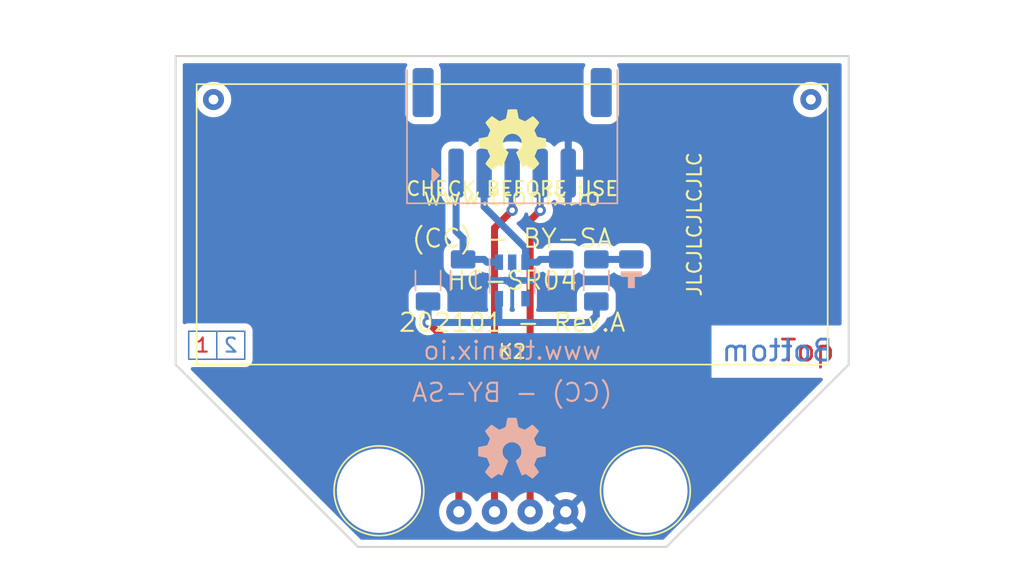
<source format=kicad_pcb>
(kicad_pcb (version 20210126) (generator pcbnew)
  (title_block (title "TBOT - Charger - 2x18650") (date "01/2021") (rev "A"))
  (layers (0 "F.Cu" signal) (31 "B.Cu" signal) (34 "B.Paste" user) (35 "F.Paste" user) (36 "B.SilkS" user "B.Silkscreen") (37 "F.SilkS" user "F.Silkscreen") (38 "B.Mask" user) (39 "F.Mask" user) (44 "Edge.Cuts" user))
  (net 0 "")
  (net 1 "GND")
  (net 2 "VCC")
  (net 3 "+5V")
  (net 4 "TRIGGER")
  (net 5 "ECHO")
  (net 6 "ENABLE")
  (net 7 "Net-(LED1-Pad2)")
  (footprint "tronixALL:M3-MASK" (layer "F.Cu") (at 149.5 146)
    (fp_text reference "H2" hide)
    (fp_text value "MOUNTING-HOLE-MASK-3MM" hide)
    (fp_circle (center 0 0) (end 3.2 0) (layer "F.SilkS") (width 0.12) (fill none))
    (pad "" np_thru_hole circle (at 0 0) (size 3 3) (drill 3) (layers F&B.Cu *.Mask) (clearance 1.5))
  )
  (footprint "tronixALL:SSW-104-02-T-S-RA" (layer "F.Cu") (at 136.2 147.5)
    (fp_text reference "K2" (at 3.81 -11.43) (layer "F.SilkS"))
    (fp_text value "HC-SR04")
    (pad "1" thru_hole circle (at 0 0) (size 1.8 1.8) (drill 0.8) (layers *.Cu *.Mask) (net 3 "+5V"))
    (pad "2" thru_hole circle (at 2.54 0) (size 1.8 1.8) (drill 0.8) (layers *.Cu *.Mask) (net 4 "TRIGGER"))
    (pad "3" thru_hole circle (at 5.08 0) (size 1.8 1.8) (drill 0.8) (layers *.Cu *.Mask) (net 5 "ECHO"))
    (pad "4" thru_hole circle (at 7.62 0) (size 1.8 1.8) (drill 0.8) (layers *.Cu *.Mask) (net 1 "GND"))
  )
  (footprint "tronixALL:OSHW-5MM" (layer "F.Cu") (at 140 121)
    (fp_text reference "G***" hide)
    (fp_text value "LOGO" hide)
    (fp_poly (pts (xy 0.112503 -2.205305) (xy 0.188585 -2.204991) (xy 0.245175 -2.204139) (xy 0.285349 -2.202485) (xy 0.312183 -2.19976) (xy 0.328754 -2.195697) (xy 0.338137 -2.190029) (xy 0.343407 -2.182489) (xy 0.346067 -2.176502) (xy 0.351819 -2.155872) (xy 0.361219 -2.114019) (xy 0.373445 -2.054971) (xy 0.387673 -1.982754) (xy 0.403082 -1.901397) (xy 0.410766 -1.859685) (xy 0.426304 -1.776128) (xy 0.440921 -1.700487) (xy 0.453831 -1.636607) (xy 0.464245 -1.58833) (xy 0.471376 -1.559501) (xy 0.473495 -1.553524) (xy 0.487624 -1.543829) (xy 0.520987 -1.52669) (xy 0.568967 -1.504087) (xy 0.626948 -1.477998) (xy 0.690314 -1.450405) (xy 0.754449 -1.423285) (xy 0.814737 -1.398618) (xy 0.866561 -1.378383) (xy 0.905305 -1.36456) (xy 0.926354 -1.359128) (xy 0.92691 -1.359112) (xy 0.941518 -1.366107) (xy 0.97411 -1.385773) (xy 1.021624 -1.416127) (xy 1.080997 -1.455189) (xy 1.149167 -1.500978) (xy 1.204337 -1.538617) (xy 1.276991 -1.58813) (xy 1.343025 -1.632413) (xy 1.399403 -1.669487) (xy 1.443088 -1.697374) (xy 1.471043 -1.714097) (xy 1.47988 -1.718122) (xy 1.493641 -1.709282) (xy 1.521915 -1.684807) (xy 1.561669 -1.647768) (xy 1.609873 -1.601234) (xy 1.663495 -1.548276) (xy 1.719505 -1.491962) (xy 1.774871 -1.435363) (xy 1.826562 -1.381549) (xy 1.871548 -1.33359) (xy 1.906797 -1.294555) (xy 1.929278 -1.267514) (xy 1.936093 -1.256075) (xy 1.930212 -1.239792) (xy 1.912193 -1.207543) (xy 1.881475 -1.158462) (xy 1.837495 -1.091686) (xy 1.779689 -1.00635) (xy 1.707495 -0.901591) (xy 1.671879 -0.850344) (xy 1.638824 -0.80126) (xy 1.612148 -0.758563) (xy 1.594893 -0.727324) (xy 1.589904 -0.713655) (xy 1.594754 -0.697334) (xy 1.608013 -0.662128) (xy 1.62775 -0.612617) (xy 1.652031 -0.55338) (xy 1.678922 -0.488996) (xy 1.706491 -0.424047) (xy 1.732803 -0.363111) (xy 1.755927 -0.310768) (xy 1.773928 -0.271598) (xy 1.784874 -0.25018) (xy 1.786526 -0.247868) (xy 1.800495 -0.243726) (xy 1.836105 -0.235699) (xy 1.889773 -0.224522) (xy 1.957915 -0.210929) (xy 2.036948 -0.195656) (xy 2.090365 -0.185568) (xy 2.175183 -0.169544) (xy 2.252099 -0.15474) (xy 2.317349 -0.141901) (xy 2.367173 -0.131773) (xy 2.397809 -0.125104) (xy 2.405431 -0.123066) (xy 2.411063 -0.116814) (xy 2.415426 -0.101095) (xy 2.418668 -0.073197) (xy 2.420933 -0.030409) (xy 2.422366 0.02998) (xy 2.423114 0.110684) (xy 2.423321 0.210293) (xy 2.423202 0.310587) (xy 2.422711 0.388201) (xy 2.421649 0.446096) (xy 2.419816 0.487237) (xy 2.417013 0.514584) (xy 2.41304 0.531101) (xy 2.407697 0.53975) (xy 2.400883 0.543466) (xy 2.378661 0.548625) (xy 2.338314 0.556746) (xy 2.286985 0.566415) (xy 2.263049 0.570744) (xy 2.127407 0.595376) (xy 2.016332 0.616479) (xy 1.929018 0.634225) (xy 1.864656 0.64879) (xy 1.82244 0.660347) (xy 1.801562 0.66907) (xy 1.79987 0.670496) (xy 1.791465 0.686078) (xy 1.775685 0.720992) (xy 1.754362 0.770707) (xy 1.729327 0.830694) (xy 1.702414 0.896422) (xy 1.675454 0.96336) (xy 1.650281 1.026979) (xy 1.628726 1.082748) (xy 1.612622 1.126137) (xy 1.603801 1.152615) (xy 1.602692 1.157988) (xy 1.610028 1.172767) (xy 1.63143 1.207108) (xy 1.666036 1.259722) (xy 1.712983 1.329322) (xy 1.771408 1.414621) (xy 1.840447 1.51433) (xy 1.867654 1.553391) (xy 1.897811 1.599113) (xy 1.921185 1.639288) (xy 1.934376 1.667841) (xy 1.936093 1.675677) (xy 1.927103 1.692014) (xy 1.901418 1.723855) (xy 1.860965 1.769075) (xy 1.807672 1.82555) (xy 1.743466 1.891154) (xy 1.71296 1.921664) (xy 1.643302 1.990709) (xy 1.589314 2.043494) (xy 1.548612 2.081971) (xy 1.518813 2.108091) (xy 1.497532 2.123805) (xy 1.482386 2.131066) (xy 1.470991 2.131825) (xy 1.460964 2.128033) (xy 1.460917 2.128008) (xy 1.441892 2.116253) (xy 1.405419 2.09234) (xy 1.355138 2.058707) (xy 1.294686 2.017792) (xy 1.227702 1.972033) (xy 1.210483 1.960205) (xy 1.143557 1.914694) (xy 1.083189 1.874607) (xy 1.032748 1.842104) (xy 0.995605 1.819344) (xy 0.975129 1.808488) (xy 0.972784 1.807875) (xy 0.955044 1.813477) (xy 0.920428 1.82855) (xy 0.874685 1.850498) (xy 0.843591 1.866246) (xy 0.794692 1.890329) (xy 0.754091 1.908142) (xy 0.727189 1.917434) (xy 0.719661 1.917874) (xy 0.71184 1.904564) (xy 0.695873 1.87093) (xy 0.673276 1.820398) (xy 0.645566 1.756397) (xy 0.614262 1.682354) (xy 0.595951 1.638326) (xy 0.555205 1.539832) (xy 0.509885 1.430374) (xy 0.463588 1.318629) (xy 0.419909 1.213275) (xy 0.382617 1.123407) (xy 0.352192 1.049365) (xy 0.325466 0.982847) (xy 0.303922 0.927668) (xy 0.289044 0.887646) (xy 0.282318 0.866596) (xy 0.28208 0.86489) (xy 0.291868 0.850064) (xy 0.317767 0.825757) (xy 0.354572 0.796754) (xy 0.362216 0.791216) (xy 0.47362 0.699405) (xy 0.560778 0.600114) (xy 0.624272 0.492284) (xy 0.664684 0.374854) (xy 0.682594 0.246763) (xy 0.683668 0.205149) (xy 0.672966 0.079705) (xy 0.639876 -0.035509) (xy 0.583362 -0.143051) (xy 0.502387 -0.245478) (xy 0.500128 -0.247901) (xy 0.404266 -0.332655) (xy 0.297367 -0.395917) (xy 0.182586 -0.437559) (xy 0.063074 -0.45745) (xy -0.058015 -0.455461) (xy -0.177529 -0.431461) (xy -0.292317 -0.38532) (xy -0.399224 -0.316909) (xy -0.435557 -0.286461) (xy -0.524789 -0.19034) (xy -0.590858 -0.083248) (xy -0.63358 0.034398) (xy -0.65277 0.162186) (xy -0.653912 0.203806) (xy -0.64477 0.331905) (xy -0.616397 0.446756) (xy -0.567372 0.551025) (xy -0.496276 0.647379) (xy -0.401689 0.738486) (xy -0.345898 0.782346) (xy -0.305473 0.814275) (xy -0.274554 0.84243) (xy -0.257973 0.862253) (xy -0.256436 0.866724) (xy -0.261189 0.882472) (xy -0.274692 0.919019) (xy -0.295811 0.973504) (xy -0.323413 1.043065) (xy -0.356365 1.124837) (xy -0.393532 1.21596) (xy -0.424781 1.291835) (xy -0.466473 1.392714) (xy -0.506757 1.490316) (xy -0.54414 1.581016) (xy -0.57713 1.661187) (xy -0.604234 1.727202) (xy -0.623959 1.775436) (xy -0.631922 1.795053) (xy -0.656173 1.85428) (xy -0.675445 1.89208) (xy -0.695005 1.910535) (xy -0.720119 1.911726) (xy -0.756055 1.897735) (xy -0.80808 1.870643) (xy -0.814523 1.867212) (xy -0.863833 1.841835) (xy -0.905672 1.821875) (xy -0.934272 1.810004) (xy -0.942679 1.807875) (xy -0.957624 1.814831) (xy -0.990452 1.834339) (xy -1.037961 1.864353) (xy -1.096948 1.902829) (xy -1.164211 1.947723) (xy -1.20379 1.974558) (xy -1.273782 2.022017) (xy -1.336742 2.064219) (xy -1.389581 2.099132) (xy -1.429212 2.124728) (xy -1.452547 2.138976) (xy -1.457362 2.141242) (xy -1.468597 2.132572) (xy -1.495354 2.108206) (xy -1.53505 2.070611) (xy -1.585104 2.022252) (xy -1.642932 1.965596) (xy -1.688443 1.920545) (xy -1.754363 1.854061) (xy -1.811428 1.794627) (xy -1.857492 1.744605) (xy -1.890411 1.706358) (xy -1.908038 1.682247) (xy -1.910449 1.676115) (xy -1.903342 1.656709) (xy -1.88402 1.621725) (xy -1.855484 1.576225) (xy -1.822794 1.528185) (xy -1.761853 1.44109) (xy -1.706889 1.361082) (xy -1.659529 1.29063) (xy -1.621397 1.232204) (xy -1.594118 1.188276) (xy -1.579316 1.161316) (xy -1.577082 1.154608) (xy -1.581837 1.136716) (xy -1.594857 1.099854) (xy -1.614275 1.048609) (xy -1.638222 0.987568) (xy -1.664831 0.921316) (xy -1.692235 0.854442) (xy -1.718566 0.791531) (xy -1.741957 0.737171) (xy -1.76054 0.695948) (xy -1.772447 0.672449) (xy -1.774702 0.66925) (xy -1.791569 0.66222) (xy -1.829891 0.651729) (xy -1.885847 0.638647) (xy -1.955617 0.623842) (xy -2.035381 0.608183) (xy -2.07828 0.60022) (xy -2.161621 0.584627) (xy -2.236906 0.569745) (xy -2.300315 0.556391) (xy -2.348033 0.545387) (xy -2.37624 0.537551) (xy -2.381867 0.535051) (xy -2.387099 0.524908) (xy -2.390991 0.502231) (xy -2.393638 0.46456) (xy -2.395134 0.409435) (xy -2.395573 0.334397) (xy -2.39505 0.236985) (xy -2.394689 0.200194) (xy -2.391267 -0.121807) (xy -2.282282 -0.143659) (xy -2.229898 -0.153965) (xy -2.160108 -0.167419) (xy -2.080727 -0.182526) (xy -1.999569 -0.197795) (xy -1.970053 -0.203298) (xy -1.900658 -0.216734) (xy -1.840162 -0.229455) (xy -1.793065 -0.240437) (xy -1.763866 -0.248652) (xy -1.756665 -0.251967) (xy -1.746988 -0.268752) (xy -1.729936 -0.304533) (xy -1.707477 -0.354612) (xy -1.681582 -0.414291) (xy -1.654218 -0.478872) (xy -1.627353 -0.543658) (xy -1.602957 -0.60395) (xy -1.582998 -0.65505) (xy -1.569445 -0.692261) (xy -1.564266 -0.710885) (xy -1.564261 -0.711124) (xy -1.571273 -0.727773) (xy -1.590937 -0.762151) (xy -1.621195 -0.810982) (xy -1.659988 -0.870991) (xy -1.705259 -0.938901) (xy -1.732615 -0.979077) (xy -1.780965 -1.050145) (xy -1.82446 -1.115201) (xy -1.860949 -1.170937) (xy -1.888284 -1.214046) (xy -1.904314 -1.24122) (xy -1.907531 -1.248169) (xy -1.904717 -1.261112) (xy -1.890381 -1.283286) (xy -1.863069 -1.316351) (xy -1.821325 -1.361969) (xy -1.763692 -1.421801) (xy -1.691232 -1.494988) (xy -1.628982 -1.55669) (xy -1.572135 -1.611849) (xy -1.523344 -1.657988) (xy -1.485263 -1.692627) (xy -1.460542 -1.713289) (xy -1.452414 -1.718122) (xy -1.437782 -1.711105) (xy -1.405251 -1.6914) (xy -1.357928 -1.661025) (xy -1.298923 -1.621998) (xy -1.231343 -1.576338) (xy -1.183018 -1.543181) (xy -1.111112 -1.493886) (xy -1.04544 -1.44951) (xy -0.989183 -1.41215) (xy -0.945519 -1.383901) (xy -0.917627 -1.36686) (xy -0.90944 -1.362781) (xy -0.891885 -1.365776) (xy -0.855505 -1.377082) (xy -0.805012 -1.394838) (xy -0.745121 -1.417183) (xy -0.680546 -1.442257) (xy -0.616001 -1.468199) (xy -0.5562 -1.493147) (xy -0.505857 -1.515243) (xy -0.469686 -1.532623) (xy -0.45278 -1.543038) (xy -0.446293 -1.559308) (xy -0.436108 -1.597206) (xy -0.423041 -1.653118) (xy -0.407909 -1.723429) (xy -0.391528 -1.804525) (xy -0.378917 -1.870225) (xy -0.362481 -1.956759) (xy -0.347254 -2.035011) (xy -0.333961 -2.101421) (xy -0.323321 -2.152432) (xy -0.316058 -2.184486) (xy -0.31324 -2.193976) (xy -0.299005 -2.197095) (xy -0.262664 -2.199887) (xy -0.207755 -2.20223) (xy -0.137813 -2.204) (xy -0.056376 -2.205075) (xy 0.013853 -2.205351)) (layer "F.SilkS") (width 0) (fill solid))
  )
  (footprint "tronixALL:M3-MASK" (layer "F.Cu") (at 130.5 146)
    (fp_text reference "H1" hide)
    (fp_text value "MOUNTING-HOLE-MASK-3MM" hide)
    (fp_circle (center 0 0) (end 3.2 0) (layer "F.SilkS") (width 0.12) (fill none))
    (pad "" np_thru_hole circle (at 0 0) (size 3 3) (drill 3) (layers F&B.Cu *.Mask) (clearance 1.5))
  )
  (footprint "tronixALL:HC-SR04" (layer "F.Cu") (at 140 127)
    (fp_text reference "HC1" hide)
    (fp_text value "HC-SR04")
    (fp_text user "CHECK BEFORE USE" (at 0 -2.54 unlocked) (layer "F.SilkS"))
    (fp_rect (start -22.5 10) (end 22.5 -10) (layer "F.SilkS") (width 0.12) (fill none))
    (pad "MP" thru_hole circle (at 21.3 -8.9) (size 1.5 1.5) (drill 0.7) (layers *.Cu *.Mask))
    (pad "MP" thru_hole circle (at -21.3 -8.9) (size 1.5 1.5) (drill 0.7) (layers *.Cu *.Mask))
  )
  (footprint "tronixALL:CAPACITOR_1206" (layer "B.Cu") (at 136.5 131 -90)
    (fp_text reference "C1" hide)
    (fp_text value "C")
    (fp_line (start -0.7 0.9) (end 0.7 0.9) (layer "B.SilkS") (width 0.12))
    (fp_line (start -0.7 -0.9) (end 0.7 -0.9) (layer "B.SilkS") (width 0.12))
    (pad "1" smd roundrect (at -1.5 0 270) (size 1.3 1.75) (layers "B.Cu" "B.Paste" "B.Mask") (roundrect_rratio 0.154) (net 2 "VCC"))
    (pad "2" smd roundrect (at 1.5 0 270) (size 1.3 1.75) (layers "B.Cu" "B.Paste" "B.Mask") (roundrect_rratio 0.154) (net 1 "GND"))
  )
  (footprint "tronixALL:RESISTOR_1206" (layer "B.Cu") (at 146 131 90)
    (fp_text reference "R2" hide)
    (fp_text value "5K6")
    (fp_line (start -0.7 0.9) (end 0.7 0.9) (layer "B.SilkS") (width 0.12))
    (fp_line (start -0.7 -0.9) (end 0.7 -0.9) (layer "B.SilkS") (width 0.12))
    (pad "1" smd roundrect (at -1.5 0 90) (size 1.3 1.75) (layers "B.Cu" "B.Paste" "B.Mask") (roundrect_rratio 0.154) (net 3 "+5V"))
    (pad "2" smd roundrect (at 1.5 0 90) (size 1.3 1.75) (layers "B.Cu" "B.Paste" "B.Mask") (roundrect_rratio 0.154) (net 7 "Net-(LED1-Pad2)"))
  )
  (footprint "tronixALL:RESISTOR_1206" (layer "B.Cu") (at 143.5 131 -90)
    (fp_text reference "R1" hide)
    (fp_text value "100K")
    (fp_line (start -0.7 0.9) (end 0.7 0.9) (layer "B.SilkS") (width 0.12))
    (fp_line (start -0.7 -0.9) (end 0.7 -0.9) (layer "B.SilkS") (width 0.12))
    (pad "1" smd roundrect (at -1.5 0 270) (size 1.3 1.75) (layers "B.Cu" "B.Paste" "B.Mask") (roundrect_rratio 0.154) (net 6 "ENABLE"))
    (pad "2" smd roundrect (at 1.5 0 270) (size 1.3 1.75) (layers "B.Cu" "B.Paste" "B.Mask") (roundrect_rratio 0.154) (net 1 "GND"))
  )
  (footprint "tronixALL:SOT-23-5" (layer "B.Cu") (at 140 131 -90)
    (fp_text reference "IC1" hide)
    (fp_text value "MCP1755-SOT23")
    (fp_line (start -0.9 -1.61) (end 0.9 -1.61) (layer "B.SilkS") (width 0.12))
    (fp_line (start 0.9 1.61) (end -1.55 1.61) (layer "B.SilkS") (width 0.12))
    (pad "1" smd rect (at -1.3 0.95 270) (size 1.1 0.6) (layers "B.Cu" "B.Paste" "B.Mask") (net 2 "VCC"))
    (pad "2" smd rect (at -1.3 0 270) (size 1.1 0.6) (layers "B.Cu" "B.Paste" "B.Mask") (net 1 "GND"))
    (pad "3" smd rect (at -1.3 -0.95 270) (size 1.1 0.6) (layers "B.Cu" "B.Paste" "B.Mask") (net 6 "ENABLE"))
    (pad "4" smd rect (at 1.3 -0.95 270) (size 1.1 0.6) (layers "B.Cu" "B.Paste" "B.Mask"))
    (pad "5" smd rect (at 1.3 0.95 270) (size 1.1 0.6) (layers "B.Cu" "B.Paste" "B.Mask") (net 3 "+5V"))
  )
  (footprint "tronixALL:CAPACITOR_1206" (layer "B.Cu") (at 134 131 90)
    (fp_text reference "C2" hide)
    (fp_text value "C")
    (fp_line (start -0.7 0.9) (end 0.7 0.9) (layer "B.SilkS") (width 0.12))
    (fp_line (start -0.7 -0.9) (end 0.7 -0.9) (layer "B.SilkS") (width 0.12))
    (pad "1" smd roundrect (at -1.5 0 90) (size 1.3 1.75) (layers "B.Cu" "B.Paste" "B.Mask") (roundrect_rratio 0.154) (net 3 "+5V"))
    (pad "2" smd roundrect (at 1.5 0 90) (size 1.3 1.75) (layers "B.Cu" "B.Paste" "B.Mask") (roundrect_rratio 0.154) (net 1 "GND"))
  )
  (footprint "tronixALL:JST-S5B-PH-SM4-TB" (layer "B.Cu") (at 140 120.5)
    (fp_text reference "K1" hide)
    (fp_text value "JST-PH-S5B-SM4-TB")
    (fp_line (start -7.5 5) (end 7.5 5) (layer "B.SilkS") (width 0.12))
    (fp_line (start -7.5 -4.5) (end -7.5 5) (layer "B.SilkS") (width 0.12))
    (fp_line (start 7.5 5) (end 7.5 -4.5) (layer "B.SilkS") (width 0.12))
    (fp_poly (pts (xy -5.21 3.01) (xy -5.71 2.51) (xy -5.71 3.51)) (layer "B.SilkS") (width 0.1) (fill solid))
    (pad "1" smd roundrect (at -4 2.85) (size 1.1 3.5) (layers "B.Cu" "B.Paste" "B.Mask") (net 2 "VCC"))
    (pad "2" smd roundrect (at -2 2.85) (size 1.1 3.5) (layers "B.Cu" "B.Paste" "B.Mask") (net 6 "ENABLE"))
    (pad "3" smd roundrect (at 0 2.85) (size 1.1 3.5) (layers "B.Cu" "B.Paste" "B.Mask") (net 4 "TRIGGER"))
    (pad "4" smd roundrect (at 2 2.85) (size 1.1 3.5) (layers "B.Cu" "B.Paste" "B.Mask") (net 5 "ECHO"))
    (pad "5" smd roundrect (at 4 2.85) (size 1.1 3.5) (layers "B.Cu" "B.Paste" "B.Mask") (net 1 "GND"))
    (pad "MP" smd roundrect (at 6.35 -2.9) (size 1.5 3.5) (layers "B.Cu" "B.Paste" "B.Mask") (roundrect_rratio 0.167))
    (pad "MP" smd roundrect (at -6.35 -2.9) (size 1.5 3.5) (layers "B.Cu" "B.Paste" "B.Mask") (roundrect_rratio 0.167))
  )
  (footprint "tronixALL:LED_1206" (layer "B.Cu") (at 148.5 131 90)
    (fp_text reference "LED1" hide)
    (fp_text value "POWER")
    (fp_poly (pts (xy 0.6 -0.7) (xy 0.3 -0.7) (xy 0.3 -0.2) (xy -0.5 -0.2) (xy -0.5 0.2) (xy 0.3 0.2) (xy 0.3 0.7) (xy 0.6 0.7)) (layer "B.SilkS") (width 0.1) (fill solid))
    (pad "1" smd roundrect (at -1.5 0 90) (size 1.3 1.75) (layers "B.Cu" "B.Paste" "B.Mask") (roundrect_rratio 0.154) (net 1 "GND"))
    (pad "2" smd roundrect (at 1.5 0 90) (size 1.3 1.75) (layers "B.Cu" "B.Paste" "B.Mask") (roundrect_rratio 0.154) (net 7 "Net-(LED1-Pad2)"))
  )
  (footprint "tronixALL:OSHW-5MM" (layer "B.Cu") (at 140 143 180)
    (fp_text reference "G***" hide)
    (fp_text value "LOGO" hide)
    (fp_poly (pts (xy 0.112503 2.205305) (xy 0.188585 2.204991) (xy 0.245175 2.204139) (xy 0.285349 2.202485) (xy 0.312183 2.19976) (xy 0.328754 2.195697) (xy 0.338137 2.190029) (xy 0.343407 2.182489) (xy 0.346067 2.176502) (xy 0.351819 2.155872) (xy 0.361219 2.114019) (xy 0.373445 2.054971) (xy 0.387673 1.982754) (xy 0.403082 1.901397) (xy 0.410766 1.859685) (xy 0.426304 1.776128) (xy 0.440921 1.700487) (xy 0.453831 1.636607) (xy 0.464245 1.58833) (xy 0.471376 1.559501) (xy 0.473495 1.553524) (xy 0.487624 1.543829) (xy 0.520987 1.52669) (xy 0.568967 1.504087) (xy 0.626948 1.477998) (xy 0.690314 1.450405) (xy 0.754449 1.423285) (xy 0.814737 1.398618) (xy 0.866561 1.378383) (xy 0.905305 1.36456) (xy 0.926354 1.359128) (xy 0.92691 1.359112) (xy 0.941518 1.366107) (xy 0.97411 1.385773) (xy 1.021624 1.416127) (xy 1.080997 1.455189) (xy 1.149167 1.500978) (xy 1.204337 1.538617) (xy 1.276991 1.58813) (xy 1.343025 1.632413) (xy 1.399403 1.669487) (xy 1.443088 1.697374) (xy 1.471043 1.714097) (xy 1.47988 1.718122) (xy 1.493641 1.709282) (xy 1.521915 1.684807) (xy 1.561669 1.647768) (xy 1.609873 1.601234) (xy 1.663495 1.548276) (xy 1.719505 1.491962) (xy 1.774871 1.435363) (xy 1.826562 1.381549) (xy 1.871548 1.33359) (xy 1.906797 1.294555) (xy 1.929278 1.267514) (xy 1.936093 1.256075) (xy 1.930212 1.239792) (xy 1.912193 1.207543) (xy 1.881475 1.158462) (xy 1.837495 1.091686) (xy 1.779689 1.00635) (xy 1.707495 0.901591) (xy 1.671879 0.850344) (xy 1.638824 0.80126) (xy 1.612148 0.758563) (xy 1.594893 0.727324) (xy 1.589904 0.713655) (xy 1.594754 0.697334) (xy 1.608013 0.662128) (xy 1.62775 0.612617) (xy 1.652031 0.55338) (xy 1.678922 0.488996) (xy 1.706491 0.424047) (xy 1.732803 0.363111) (xy 1.755927 0.310768) (xy 1.773928 0.271598) (xy 1.784874 0.25018) (xy 1.786526 0.247868) (xy 1.800495 0.243726) (xy 1.836105 0.235699) (xy 1.889773 0.224522) (xy 1.957915 0.210929) (xy 2.036948 0.195656) (xy 2.090365 0.185568) (xy 2.175183 0.169544) (xy 2.252099 0.15474) (xy 2.317349 0.141901) (xy 2.367173 0.131773) (xy 2.397809 0.125104) (xy 2.405431 0.123066) (xy 2.411063 0.116814) (xy 2.415426 0.101095) (xy 2.418668 0.073197) (xy 2.420933 0.030409) (xy 2.422366 -0.02998) (xy 2.423114 -0.110684) (xy 2.423321 -0.210293) (xy 2.423202 -0.310587) (xy 2.422711 -0.388201) (xy 2.421649 -0.446096) (xy 2.419816 -0.487237) (xy 2.417013 -0.514584) (xy 2.41304 -0.531101) (xy 2.407697 -0.53975) (xy 2.400883 -0.543466) (xy 2.378661 -0.548625) (xy 2.338314 -0.556746) (xy 2.286985 -0.566415) (xy 2.263049 -0.570744) (xy 2.127407 -0.595376) (xy 2.016332 -0.616479) (xy 1.929018 -0.634225) (xy 1.864656 -0.64879) (xy 1.82244 -0.660347) (xy 1.801562 -0.66907) (xy 1.79987 -0.670496) (xy 1.791465 -0.686078) (xy 1.775685 -0.720992) (xy 1.754362 -0.770707) (xy 1.729327 -0.830694) (xy 1.702414 -0.896422) (xy 1.675454 -0.96336) (xy 1.650281 -1.026979) (xy 1.628726 -1.082748) (xy 1.612622 -1.126137) (xy 1.603801 -1.152615) (xy 1.602692 -1.157988) (xy 1.610028 -1.172767) (xy 1.63143 -1.207108) (xy 1.666036 -1.259722) (xy 1.712983 -1.329322) (xy 1.771408 -1.414621) (xy 1.840447 -1.51433) (xy 1.867654 -1.553391) (xy 1.897811 -1.599113) (xy 1.921185 -1.639288) (xy 1.934376 -1.667841) (xy 1.936093 -1.675677) (xy 1.927103 -1.692014) (xy 1.901418 -1.723855) (xy 1.860965 -1.769075) (xy 1.807672 -1.82555) (xy 1.743466 -1.891154) (xy 1.71296 -1.921664) (xy 1.643302 -1.990709) (xy 1.589314 -2.043494) (xy 1.548612 -2.081971) (xy 1.518813 -2.108091) (xy 1.497532 -2.123805) (xy 1.482386 -2.131066) (xy 1.470991 -2.131825) (xy 1.460964 -2.128033) (xy 1.460917 -2.128008) (xy 1.441892 -2.116253) (xy 1.405419 -2.09234) (xy 1.355138 -2.058707) (xy 1.294686 -2.017792) (xy 1.227702 -1.972033) (xy 1.210483 -1.960205) (xy 1.143557 -1.914694) (xy 1.083189 -1.874607) (xy 1.032748 -1.842104) (xy 0.995605 -1.819344) (xy 0.975129 -1.808488) (xy 0.972784 -1.807875) (xy 0.955044 -1.813477) (xy 0.920428 -1.82855) (xy 0.874685 -1.850498) (xy 0.843591 -1.866246) (xy 0.794692 -1.890329) (xy 0.754091 -1.908142) (xy 0.727189 -1.917434) (xy 0.719661 -1.917874) (xy 0.71184 -1.904564) (xy 0.695873 -1.87093) (xy 0.673276 -1.820398) (xy 0.645566 -1.756397) (xy 0.614262 -1.682354) (xy 0.595951 -1.638326) (xy 0.555205 -1.539832) (xy 0.509885 -1.430374) (xy 0.463588 -1.318629) (xy 0.419909 -1.213275) (xy 0.382617 -1.123407) (xy 0.352192 -1.049365) (xy 0.325466 -0.982847) (xy 0.303922 -0.927668) (xy 0.289044 -0.887646) (xy 0.282318 -0.866596) (xy 0.28208 -0.86489) (xy 0.291868 -0.850064) (xy 0.317767 -0.825757) (xy 0.354572 -0.796754) (xy 0.362216 -0.791216) (xy 0.47362 -0.699405) (xy 0.560778 -0.600114) (xy 0.624272 -0.492284) (xy 0.664684 -0.374854) (xy 0.682594 -0.246763) (xy 0.683668 -0.205149) (xy 0.672966 -0.079705) (xy 0.639876 0.035509) (xy 0.583362 0.143051) (xy 0.502387 0.245478) (xy 0.500128 0.247901) (xy 0.404266 0.332655) (xy 0.297367 0.395917) (xy 0.182586 0.437559) (xy 0.063074 0.45745) (xy -0.058015 0.455461) (xy -0.177529 0.431461) (xy -0.292317 0.38532) (xy -0.399224 0.316909) (xy -0.435557 0.286461) (xy -0.524789 0.19034) (xy -0.590858 0.083248) (xy -0.63358 -0.034398) (xy -0.65277 -0.162186) (xy -0.653912 -0.203806) (xy -0.64477 -0.331905) (xy -0.616397 -0.446756) (xy -0.567372 -0.551025) (xy -0.496276 -0.647379) (xy -0.401689 -0.738486) (xy -0.345898 -0.782346) (xy -0.305473 -0.814275) (xy -0.274554 -0.84243) (xy -0.257973 -0.862253) (xy -0.256436 -0.866724) (xy -0.261189 -0.882472) (xy -0.274692 -0.919019) (xy -0.295811 -0.973504) (xy -0.323413 -1.043065) (xy -0.356365 -1.124837) (xy -0.393532 -1.21596) (xy -0.424781 -1.291835) (xy -0.466473 -1.392714) (xy -0.506757 -1.490316) (xy -0.54414 -1.581016) (xy -0.57713 -1.661187) (xy -0.604234 -1.727202) (xy -0.623959 -1.775436) (xy -0.631922 -1.795053) (xy -0.656173 -1.85428) (xy -0.675445 -1.89208) (xy -0.695005 -1.910535) (xy -0.720119 -1.911726) (xy -0.756055 -1.897735) (xy -0.80808 -1.870643) (xy -0.814523 -1.867212) (xy -0.863833 -1.841835) (xy -0.905672 -1.821875) (xy -0.934272 -1.810004) (xy -0.942679 -1.807875) (xy -0.957624 -1.814831) (xy -0.990452 -1.834339) (xy -1.037961 -1.864353) (xy -1.096948 -1.902829) (xy -1.164211 -1.947723) (xy -1.20379 -1.974558) (xy -1.273782 -2.022017) (xy -1.336742 -2.064219) (xy -1.389581 -2.099132) (xy -1.429212 -2.124728) (xy -1.452547 -2.138976) (xy -1.457362 -2.141242) (xy -1.468597 -2.132572) (xy -1.495354 -2.108206) (xy -1.53505 -2.070611) (xy -1.585104 -2.022252) (xy -1.642932 -1.965596) (xy -1.688443 -1.920545) (xy -1.754363 -1.854061) (xy -1.811428 -1.794627) (xy -1.857492 -1.744605) (xy -1.890411 -1.706358) (xy -1.908038 -1.682247) (xy -1.910449 -1.676115) (xy -1.903342 -1.656709) (xy -1.88402 -1.621725) (xy -1.855484 -1.576225) (xy -1.822794 -1.528185) (xy -1.761853 -1.44109) (xy -1.706889 -1.361082) (xy -1.659529 -1.29063) (xy -1.621397 -1.232204) (xy -1.594118 -1.188276) (xy -1.579316 -1.161316) (xy -1.577082 -1.154608) (xy -1.581837 -1.136716) (xy -1.594857 -1.099854) (xy -1.614275 -1.048609) (xy -1.638222 -0.987568) (xy -1.664831 -0.921316) (xy -1.692235 -0.854442) (xy -1.718566 -0.791531) (xy -1.741957 -0.737171) (xy -1.76054 -0.695948) (xy -1.772447 -0.672449) (xy -1.774702 -0.66925) (xy -1.791569 -0.66222) (xy -1.829891 -0.651729) (xy -1.885847 -0.638647) (xy -1.955617 -0.623842) (xy -2.035381 -0.608183) (xy -2.07828 -0.60022) (xy -2.161621 -0.584627) (xy -2.236906 -0.569745) (xy -2.300315 -0.556391) (xy -2.348033 -0.545387) (xy -2.37624 -0.537551) (xy -2.381867 -0.535051) (xy -2.387099 -0.524908) (xy -2.390991 -0.502231) (xy -2.393638 -0.46456) (xy -2.395134 -0.409435) (xy -2.395573 -0.334397) (xy -2.39505 -0.236985) (xy -2.394689 -0.200194) (xy -2.391267 0.121807) (xy -2.282282 0.143659) (xy -2.229898 0.153965) (xy -2.160108 0.167419) (xy -2.080727 0.182526) (xy -1.999569 0.197795) (xy -1.970053 0.203298) (xy -1.900658 0.216734) (xy -1.840162 0.229455) (xy -1.793065 0.240437) (xy -1.763866 0.248652) (xy -1.756665 0.251967) (xy -1.746988 0.268752) (xy -1.729936 0.304533) (xy -1.707477 0.354612) (xy -1.681582 0.414291) (xy -1.654218 0.478872) (xy -1.627353 0.543658) (xy -1.602957 0.60395) (xy -1.582998 0.65505) (xy -1.569445 0.692261) (xy -1.564266 0.710885) (xy -1.564261 0.711124) (xy -1.571273 0.727773) (xy -1.590937 0.762151) (xy -1.621195 0.810982) (xy -1.659988 0.870991) (xy -1.705259 0.938901) (xy -1.732615 0.979077) (xy -1.780965 1.050145) (xy -1.82446 1.115201) (xy -1.860949 1.170937) (xy -1.888284 1.214046) (xy -1.904314 1.24122) (xy -1.907531 1.248169) (xy -1.904717 1.261112) (xy -1.890381 1.283286) (xy -1.863069 1.316351) (xy -1.821325 1.361969) (xy -1.763692 1.421801) (xy -1.691232 1.494988) (xy -1.628982 1.55669) (xy -1.572135 1.611849) (xy -1.523344 1.657988) (xy -1.485263 1.692627) (xy -1.460542 1.713289) (xy -1.452414 1.718122) (xy -1.437782 1.711105) (xy -1.405251 1.6914) (xy -1.357928 1.661025) (xy -1.298923 1.621998) (xy -1.231343 1.576338) (xy -1.183018 1.543181) (xy -1.111112 1.493886) (xy -1.04544 1.44951) (xy -0.989183 1.41215) (xy -0.945519 1.383901) (xy -0.917627 1.36686) (xy -0.90944 1.362781) (xy -0.891885 1.365776) (xy -0.855505 1.377082) (xy -0.805012 1.394838) (xy -0.745121 1.417183) (xy -0.680546 1.442257) (xy -0.616001 1.468199) (xy -0.5562 1.493147) (xy -0.505857 1.515243) (xy -0.469686 1.532623) (xy -0.45278 1.543038) (xy -0.446293 1.559308) (xy -0.436108 1.597206) (xy -0.423041 1.653118) (xy -0.407909 1.723429) (xy -0.391528 1.804525) (xy -0.378917 1.870225) (xy -0.362481 1.956759) (xy -0.347254 2.035011) (xy -0.333961 2.101421) (xy -0.323321 2.152432) (xy -0.316058 2.184486) (xy -0.31324 2.193976) (xy -0.299005 2.197095) (xy -0.262664 2.199887) (xy -0.207755 2.20223) (xy -0.137813 2.204) (xy -0.056376 2.205075) (xy 0.013853 2.205351)) (layer "B.SilkS") (width 0) (fill solid))
  )
  (gr_rect (start 116.93 136.62) (end 120.93 134.62) (layer "F.Cu") (width 0.1) (fill none))
  (gr_line (start 118.93 136.62) (end 118.93 134.62) (layer "F.Cu") (width 0.1))
  (gr_line (start 118.93 136.62) (end 118.93 134.62) (layer "B.Cu") (width 0.1))
  (gr_rect (start 116.93 136.62) (end 120.93 134.62) (layer "B.Cu") (width 0.1) (fill none))
  (gr_line (start 151 150) (end 164 137) (layer "Edge.Cuts") (width 0.15))
  (gr_line (start 164 115) (end 116 115) (layer "Edge.Cuts") (width 0.15))
  (gr_line (start 129 150) (end 151 150) (layer "Edge.Cuts") (width 0.15))
  (gr_line (start 116 137) (end 116 115) (layer "Edge.Cuts") (width 0.15))
  (gr_line (start 164 137) (end 164 115) (layer "Edge.Cuts") (width 0.15))
  (gr_line (start 129 150) (end 116 137) (layer "Edge.Cuts") (width 0.15))
  (gr_text "Top" (at 159 136) (layer "F.Cu") (effects (font (size 1.5 1.5) (thickness 0.2)) (justify left)))
  (gr_text "1" (at 117.93 135.62) (layer "F.Cu") (effects (font (size 1 1))))
  (gr_text "2" (at 119.93 135.62) (layer "B.Cu") (effects (font (size 1 1)) (justify mirror)))
  (gr_text "Bottom" (at 163 136) (layer "B.Cu") (effects (font (size 1.5 1.5) (thickness 0.2)) (justify left mirror)))
  (gr_text "(CC) - BY-SA" (at 140 139) (layer "B.SilkS") (effects (font (size 1.3 1.3)) (justify mirror)))
  (gr_text "www.tronix.io" (at 140 136) (layer "B.SilkS") (effects (font (size 1.3 1.3)) (justify mirror)))
  (gr_text "HC-SR04" (at 140 131) (layer "F.SilkS") (effects (font (size 1.3 1.3))))
  (gr_text "JLCJLCJLCJLC" (at 153 127 90) (layer "F.SilkS") (effects (font (size 1 1))))
  (gr_text "www.tronix.io" (at 140 125) (layer "F.SilkS") (effects (font (size 1.3 1.3))))
  (gr_text "202101 - Rev.A" (at 140 134) (layer "F.SilkS") (effects (font (size 1.3 1.3))))
  (gr_text "(CC) - BY-SA" (at 140 128) (layer "F.SilkS") (effects (font (size 1.3 1.3))))
  (segment (start 136 127.5) (end 136.5 128) (width 0.5) (layer "B.Cu") (net 2))
  (segment (start 138 129.5) (end 136.5 129.5) (width 0.5) (layer "B.Cu") (net 2))
  (segment (start 139.05 129.7) (end 138.2 129.7) (width 0.5) (layer "B.Cu") (net 2))
  (segment (start 136 123.35) (end 136 127.5) (width 0.5) (layer "B.Cu") (net 2))
  (segment (start 136.5 128) (end 136.5 129.5) (width 0.5) (layer "B.Cu") (net 2))
  (segment (start 138.2 129.7) (end 138 129.5) (width 0.5) (layer "B.Cu") (net 2))
  (segment (start 136.2 136.2) (end 134 134) (width 0.5) (layer "F.Cu") (net 3))
  (segment (start 136.2 147.5) (end 136.2 136.2) (width 0.5) (layer "F.Cu") (net 3))
  (via (at 134 134) (size 0.8) (drill 0.4) (layers "F.Cu" "B.Cu") (net 3))
  (segment (start 134 132.5) (end 134 134) (width 0.5) (layer "B.Cu") (net 3))
  (segment (start 146 133.5) (end 146 132.5) (width 0.5) (layer "B.Cu") (net 3))
  (segment (start 139.05 132.3) (end 139.05 133.95) (width 0.5) (layer "B.Cu") (net 3))
  (segment (start 134 134) (end 139 134) (width 0.5) (layer "B.Cu") (net 3))
  (segment (start 145.5 134) (end 146 133.5) (width 0.5) (layer "B.Cu") (net 3))
  (segment (start 139.05 133.95) (end 139 134) (width 0.5) (layer "B.Cu") (net 3))
  (segment (start 139 134) (end 145.5 134) (width 0.5) (layer "B.Cu") (net 3))
  (segment (start 138.74 127.26) (end 140 126) (width 0.5) (layer "F.Cu") (net 4))
  (segment (start 138.74 147.5) (end 138.74 127.26) (width 0.5) (layer "F.Cu") (net 4))
  (via (at 140 126) (size 0.8) (drill 0.4) (layers "F.Cu" "B.Cu") (net 4))
  (segment (start 140 123.35) (end 140 126) (width 0.5) (layer "B.Cu") (net 4))
  (segment (start 141.28 147.5) (end 141.28 126.72) (width 0.5) (layer "F.Cu") (net 5))
  (segment (start 141.28 126.72) (end 142 126) (width 0.5) (layer "F.Cu") (net 5))
  (via (at 142 126) (size 0.8) (drill 0.4) (layers "F.Cu" "B.Cu") (net 5))
  (segment (start 142 123.35) (end 142 126) (width 0.5) (layer "B.Cu") (net 5))
  (segment (start 140.95 128.7) (end 140.95 129.7) (width 0.5) (layer "B.Cu") (net 6))
  (segment (start 143.5 129.5) (end 142 129.5) (width 0.5) (layer "B.Cu") (net 6))
  (segment (start 138 123.35) (end 138 125.75) (width 0.5) (layer "B.Cu") (net 6))
  (segment (start 140.95 129.7) (end 141.8 129.7) (width 0.5) (layer "B.Cu") (net 6))
  (segment (start 141.8 129.7) (end 142 129.5) (width 0.5) (layer "B.Cu") (net 6))
  (segment (start 138 125.75) (end 140.95 128.7) (width 0.5) (layer "B.Cu") (net 6))
  (segment (start 146 129.5) (end 148.5 129.5) (width 0.5) (layer "B.Cu") (net 7))
  (zone (net 1) (net_name "GND") (layer "B.Cu") (connect_pads (clearance 0.508)) (min_thickness 0.254) (fill yes (thermal_gap 0.508) (thermal_bridge_width 0.508))
    (polygon (pts (xy 164 150) (xy 116 150) (xy 116 115) (xy 164 115)))
  )
)
</source>
